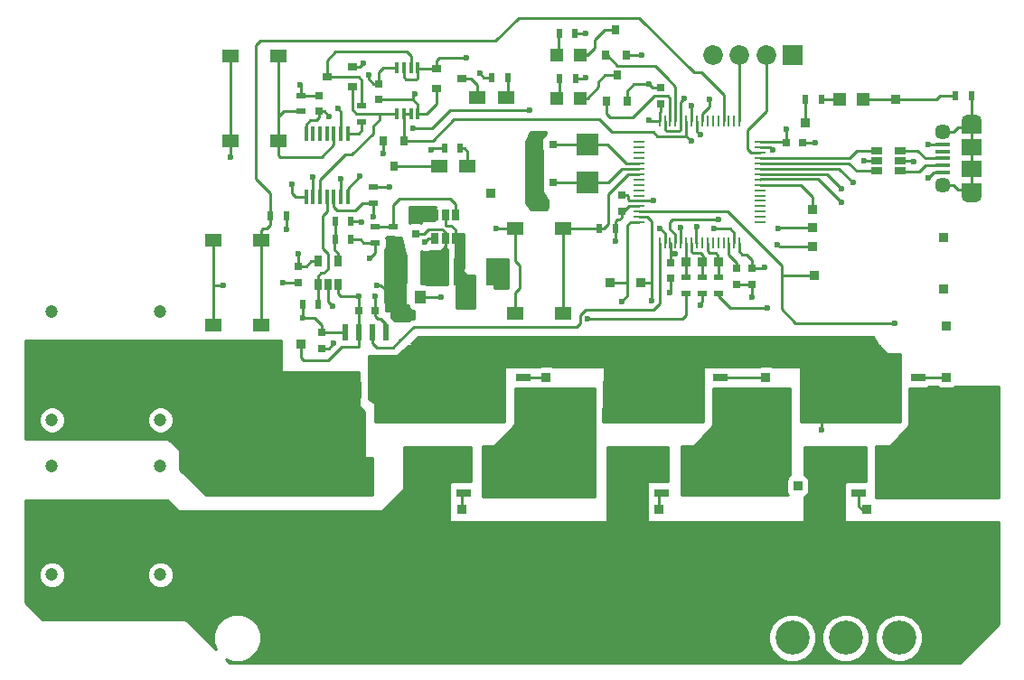
<source format=gtl>
G04 #@! TF.FileFunction,Copper,L1,Top,Signal*
%FSLAX46Y46*%
G04 Gerber Fmt 4.6, Leading zero omitted, Abs format (unit mm)*
G04 Created by KiCad (PCBNEW 4.0.7) date Mon Jul  2 20:53:10 2018*
%MOMM*%
%LPD*%
G01*
G04 APERTURE LIST*
%ADD10C,0.100000*%
%ADD11R,1.540000X1.300000*%
%ADD12R,2.000000X2.000000*%
%ADD13C,2.000000*%
%ADD14R,0.800000X0.750000*%
%ADD15R,0.750000X0.800000*%
%ADD16R,1.060000X0.650000*%
%ADD17R,1.500000X1.300000*%
%ADD18R,1.200000X1.200000*%
%ADD19R,1.850000X1.850000*%
%ADD20C,1.850000*%
%ADD21R,1.900000X1.500000*%
%ADD22C,1.450000*%
%ADD23R,1.350000X0.400000*%
%ADD24O,1.900000X1.200000*%
%ADD25R,1.900000X1.200000*%
%ADD26R,0.900000X0.800000*%
%ADD27R,0.800000X0.900000*%
%ADD28R,0.500000X0.900000*%
%ADD29R,0.900000X0.500000*%
%ADD30R,0.850000X0.850000*%
%ADD31R,0.600000X1.550000*%
%ADD32R,0.400000X1.100000*%
%ADD33R,0.650000X1.060000*%
%ADD34R,1.000000X0.250000*%
%ADD35R,0.250000X1.000000*%
%ADD36R,1.000000X2.500000*%
%ADD37R,1.000000X2.700000*%
%ADD38C,2.400000*%
%ADD39C,1.200000*%
%ADD40R,0.450000X1.450000*%
%ADD41R,3.000000X1.000000*%
%ADD42C,3.200000*%
%ADD43C,3.100000*%
%ADD44R,1.372000X0.710000*%
%ADD45R,0.600000X0.710000*%
%ADD46R,3.850000X4.520000*%
%ADD47C,0.320000*%
%ADD48R,1.000000X1.250000*%
%ADD49C,0.600000*%
%ADD50C,0.250000*%
%ADD51C,0.254000*%
G04 APERTURE END LIST*
D10*
D11*
X197350000Y-22425000D03*
X201850000Y-22425000D03*
X201850000Y-30375000D03*
X197350000Y-30375000D03*
D12*
X198750000Y-62500000D03*
D13*
X198750000Y-67500000D03*
D14*
X210900000Y-46300000D03*
X209400000Y-46300000D03*
D15*
X205700000Y-26150000D03*
X205700000Y-27650000D03*
X214700000Y-37600000D03*
X214700000Y-39100000D03*
X203708000Y-43676000D03*
X203708000Y-42176000D03*
D14*
X249440000Y-30543500D03*
X250940000Y-30543500D03*
D15*
X211223040Y-26542960D03*
X211223040Y-25042960D03*
X246227600Y-42379200D03*
X246227600Y-43879200D03*
D14*
X227551680Y-30739080D03*
X226051680Y-30739080D03*
D15*
X238556800Y-41820400D03*
X238556800Y-43320400D03*
D14*
X227582160Y-34335720D03*
X226082160Y-34335720D03*
D15*
X233994960Y-37018660D03*
X233994960Y-35518660D03*
X244805200Y-42379200D03*
X244805200Y-43879200D03*
X237680500Y-26912000D03*
X237680500Y-25412000D03*
D16*
X257900500Y-31350000D03*
X257900500Y-32300000D03*
X257900500Y-33250000D03*
X260100500Y-33250000D03*
X260100500Y-31350000D03*
X260100500Y-32300000D03*
D17*
X220455500Y-26352500D03*
X223155500Y-26352500D03*
X216886800Y-32793200D03*
X219586800Y-32793200D03*
D18*
X227900000Y-22375000D03*
X230100000Y-22375000D03*
X227900000Y-26425000D03*
X230100000Y-26425000D03*
X254424000Y-26543000D03*
X256624000Y-26543000D03*
D19*
X250063000Y-22352000D03*
D20*
X247563000Y-22352000D03*
X245063000Y-22352000D03*
X242563000Y-22352000D03*
D21*
X266783300Y-31049200D03*
D22*
X264083300Y-34549200D03*
D23*
X264083300Y-32699200D03*
X264083300Y-33349200D03*
X264083300Y-30749200D03*
X264083300Y-31399200D03*
X264083300Y-32049200D03*
D22*
X264083300Y-29549200D03*
D21*
X266783300Y-33049200D03*
D24*
X266783300Y-35549200D03*
X266783300Y-28549200D03*
D25*
X266783300Y-29149200D03*
X266783300Y-34949200D03*
D26*
X208781500Y-25334000D03*
X208781500Y-23434000D03*
X206381500Y-24384000D03*
X216668500Y-23624500D03*
X216668500Y-25524500D03*
X219068500Y-24574500D03*
D27*
X213600000Y-30400000D03*
X211700000Y-30400000D03*
X212650000Y-32800000D03*
X232616780Y-26667220D03*
X234516780Y-26667220D03*
X233566780Y-24267220D03*
X232505020Y-22399500D03*
X234405020Y-22399500D03*
X233455020Y-19999500D03*
D28*
X265276900Y-26207200D03*
X266776900Y-26207200D03*
X204101000Y-45720000D03*
X205601000Y-45720000D03*
X208649000Y-37973000D03*
X207149000Y-37973000D03*
D29*
X212575000Y-39950000D03*
X212575000Y-38450000D03*
D28*
X207149000Y-39624000D03*
X208649000Y-39624000D03*
D29*
X210900000Y-38450000D03*
X210900000Y-39950000D03*
X209677000Y-27126500D03*
X209677000Y-28626500D03*
X240025000Y-44725000D03*
X240025000Y-43225000D03*
X241550000Y-44725000D03*
X241550000Y-43225000D03*
X243075000Y-44725000D03*
X243075000Y-43225000D03*
D28*
X221817500Y-24511000D03*
X223317500Y-24511000D03*
X217386800Y-31093200D03*
X218886800Y-31093200D03*
X229710680Y-24569420D03*
X228210680Y-24569420D03*
X229639560Y-20342860D03*
X228139560Y-20342860D03*
X251218000Y-26543000D03*
X252718000Y-26543000D03*
X233414000Y-38608000D03*
X231914000Y-38608000D03*
D29*
X204000000Y-27650000D03*
X204000000Y-26150000D03*
D11*
X228508120Y-46555560D03*
X224008120Y-46555560D03*
X224008120Y-38605560D03*
X228508120Y-38605560D03*
D30*
X264160000Y-39497000D03*
X264160000Y-44323000D03*
X232918000Y-43688000D03*
X264439400Y-47752000D03*
X226949000Y-52578000D03*
X219000000Y-65000000D03*
X247523000Y-52578000D03*
X237500000Y-65000000D03*
X264414000Y-52578000D03*
X257000000Y-65000000D03*
X235839000Y-43688000D03*
X251206000Y-28702000D03*
X251925000Y-38550000D03*
X251900000Y-40350000D03*
X209423000Y-56261000D03*
X204200000Y-71925000D03*
X251900000Y-36875000D03*
X221742000Y-35306000D03*
X259715000Y-26543000D03*
X250500000Y-62750000D03*
D31*
X208095000Y-53800000D03*
X209365000Y-53800000D03*
X210635000Y-53800000D03*
X211905000Y-53800000D03*
X211905000Y-48400000D03*
X210635000Y-48400000D03*
X209365000Y-48400000D03*
X208095000Y-48400000D03*
D32*
X212955680Y-27841360D03*
X213605680Y-27841360D03*
X214255680Y-27841360D03*
X214905680Y-27841360D03*
X214905680Y-23541360D03*
X214255680Y-23541360D03*
X213605680Y-23541360D03*
X212955680Y-23541360D03*
D33*
X216525000Y-39575000D03*
X217475000Y-39575000D03*
X218425000Y-39575000D03*
X218425000Y-37375000D03*
X216525000Y-37375000D03*
X217475000Y-37375000D03*
D34*
X235600000Y-30540000D03*
X235600000Y-31040000D03*
X235600000Y-31540000D03*
X235600000Y-32040000D03*
X235600000Y-32540000D03*
X235600000Y-33040000D03*
X235600000Y-33540000D03*
X235600000Y-34040000D03*
X235600000Y-34540000D03*
X235600000Y-35040000D03*
X235600000Y-35540000D03*
X235600000Y-36040000D03*
X235600000Y-36540000D03*
X235600000Y-37040000D03*
X235600000Y-37540000D03*
X235600000Y-38040000D03*
D35*
X237550000Y-39990000D03*
X238050000Y-39990000D03*
X238550000Y-39990000D03*
X239050000Y-39990000D03*
X239550000Y-39990000D03*
X240050000Y-39990000D03*
X240550000Y-39990000D03*
X241050000Y-39990000D03*
X241550000Y-39990000D03*
X242050000Y-39990000D03*
X242550000Y-39990000D03*
X243050000Y-39990000D03*
X243550000Y-39990000D03*
X244050000Y-39990000D03*
X244550000Y-39990000D03*
X245050000Y-39990000D03*
D34*
X247000000Y-38040000D03*
X247000000Y-37540000D03*
X247000000Y-37040000D03*
X247000000Y-36540000D03*
X247000000Y-36040000D03*
X247000000Y-35540000D03*
X247000000Y-35040000D03*
X247000000Y-34540000D03*
X247000000Y-34040000D03*
X247000000Y-33540000D03*
X247000000Y-33040000D03*
X247000000Y-32540000D03*
X247000000Y-32040000D03*
X247000000Y-31540000D03*
X247000000Y-31040000D03*
X247000000Y-30540000D03*
D35*
X245050000Y-28590000D03*
X244550000Y-28590000D03*
X244050000Y-28590000D03*
X243550000Y-28590000D03*
X243050000Y-28590000D03*
X242550000Y-28590000D03*
X242050000Y-28590000D03*
X241550000Y-28590000D03*
X241050000Y-28590000D03*
X240550000Y-28590000D03*
X240050000Y-28590000D03*
X239550000Y-28590000D03*
X239050000Y-28590000D03*
X238550000Y-28590000D03*
X238050000Y-28590000D03*
X237550000Y-28590000D03*
D12*
X230764080Y-30737400D03*
X230764080Y-34337400D03*
D15*
X205900000Y-49900000D03*
X205900000Y-48400000D03*
D30*
X252095000Y-43053000D03*
X240050000Y-41750000D03*
X241600000Y-41775000D03*
X243125000Y-41775000D03*
D36*
X218825000Y-42725000D03*
X221825000Y-42725000D03*
D30*
X204000000Y-49500000D03*
D33*
X205552000Y-43899000D03*
X206502000Y-43899000D03*
X207452000Y-43899000D03*
X207452000Y-41699000D03*
X205552000Y-41699000D03*
D37*
X215675000Y-42425000D03*
X213475000Y-42425000D03*
D38*
X187000000Y-51500000D03*
D39*
X190800000Y-46420000D03*
X190800000Y-56580000D03*
X180640000Y-56580000D03*
X180640000Y-46420000D03*
D38*
X187000000Y-66000000D03*
D39*
X190800000Y-60920000D03*
X190800000Y-71080000D03*
X180640000Y-71080000D03*
X180640000Y-60920000D03*
D29*
X210775000Y-34750000D03*
X210775000Y-36250000D03*
D40*
X204450000Y-35650000D03*
X205100000Y-35650000D03*
X205750000Y-35650000D03*
X206400000Y-35650000D03*
X207050000Y-35650000D03*
X207700000Y-35650000D03*
X208350000Y-35650000D03*
X208350000Y-29750000D03*
X207700000Y-29750000D03*
X207050000Y-29750000D03*
X206400000Y-29750000D03*
X205750000Y-29750000D03*
X205100000Y-29750000D03*
X204450000Y-29750000D03*
D41*
X215500000Y-55700000D03*
X215500000Y-60300000D03*
X234000000Y-55700000D03*
X234000000Y-60300000D03*
X252500000Y-55700000D03*
X252500000Y-60300000D03*
D12*
X209500000Y-62500000D03*
D13*
X209500000Y-67500000D03*
D42*
X260000000Y-77000000D03*
X250000000Y-77000000D03*
X255000000Y-77000000D03*
D43*
X228500000Y-58000000D03*
X247000000Y-58000000D03*
X265500000Y-58000000D03*
D44*
X224770000Y-52595000D03*
X224770000Y-53865000D03*
X224770000Y-55135000D03*
D45*
X218840000Y-52595000D03*
X218840000Y-53865000D03*
X218840000Y-55135000D03*
D46*
X221064000Y-54500000D03*
D45*
X218840000Y-56405000D03*
D44*
X224770000Y-56405000D03*
D47*
X219968000Y-52976000D03*
X220984000Y-52976000D03*
X222000000Y-52976000D03*
X219968000Y-54500000D03*
X220984000Y-54500000D03*
X222000000Y-54500000D03*
X222000000Y-56024000D03*
X220984000Y-56024000D03*
X219968000Y-56024000D03*
X220476000Y-55516000D03*
X221492000Y-55516000D03*
X221492000Y-53484000D03*
X220476000Y-53484000D03*
D44*
X243270000Y-52595000D03*
X243270000Y-53865000D03*
X243270000Y-55135000D03*
D45*
X237340000Y-52595000D03*
X237340000Y-53865000D03*
X237340000Y-55135000D03*
D46*
X239564000Y-54500000D03*
D45*
X237340000Y-56405000D03*
D44*
X243270000Y-56405000D03*
D47*
X238468000Y-52976000D03*
X239484000Y-52976000D03*
X240500000Y-52976000D03*
X238468000Y-54500000D03*
X239484000Y-54500000D03*
X240500000Y-54500000D03*
X240500000Y-56024000D03*
X239484000Y-56024000D03*
X238468000Y-56024000D03*
X238976000Y-55516000D03*
X239992000Y-55516000D03*
X239992000Y-53484000D03*
X238976000Y-53484000D03*
D44*
X261770000Y-52595000D03*
X261770000Y-53865000D03*
X261770000Y-55135000D03*
D45*
X255840000Y-52595000D03*
X255840000Y-53865000D03*
X255840000Y-55135000D03*
D46*
X258064000Y-54500000D03*
D45*
X255840000Y-56405000D03*
D44*
X261770000Y-56405000D03*
D47*
X256968000Y-52976000D03*
X257984000Y-52976000D03*
X259000000Y-52976000D03*
X256968000Y-54500000D03*
X257984000Y-54500000D03*
X259000000Y-54500000D03*
X259000000Y-56024000D03*
X257984000Y-56024000D03*
X256968000Y-56024000D03*
X257476000Y-55516000D03*
X258492000Y-55516000D03*
X258492000Y-53484000D03*
X257476000Y-53484000D03*
D44*
X219230000Y-63405000D03*
X219230000Y-62135000D03*
X219230000Y-60865000D03*
D45*
X225160000Y-63405000D03*
X225160000Y-62135000D03*
X225160000Y-60865000D03*
D46*
X222936000Y-61500000D03*
D45*
X225160000Y-59595000D03*
D44*
X219230000Y-59595000D03*
D47*
X224032000Y-63024000D03*
X223016000Y-63024000D03*
X222000000Y-63024000D03*
X224032000Y-61500000D03*
X223016000Y-61500000D03*
X222000000Y-61500000D03*
X222000000Y-59976000D03*
X223016000Y-59976000D03*
X224032000Y-59976000D03*
X223524000Y-60484000D03*
X222508000Y-60484000D03*
X222508000Y-62516000D03*
X223524000Y-62516000D03*
D44*
X237730000Y-63405000D03*
X237730000Y-62135000D03*
X237730000Y-60865000D03*
D45*
X243660000Y-63405000D03*
X243660000Y-62135000D03*
X243660000Y-60865000D03*
D46*
X241436000Y-61500000D03*
D45*
X243660000Y-59595000D03*
D44*
X237730000Y-59595000D03*
D47*
X242532000Y-63024000D03*
X241516000Y-63024000D03*
X240500000Y-63024000D03*
X242532000Y-61500000D03*
X241516000Y-61500000D03*
X240500000Y-61500000D03*
X240500000Y-59976000D03*
X241516000Y-59976000D03*
X242532000Y-59976000D03*
X242024000Y-60484000D03*
X241008000Y-60484000D03*
X241008000Y-62516000D03*
X242024000Y-62516000D03*
D44*
X256230000Y-63405000D03*
X256230000Y-62135000D03*
X256230000Y-60865000D03*
D45*
X262160000Y-63405000D03*
X262160000Y-62135000D03*
X262160000Y-60865000D03*
D46*
X259936000Y-61500000D03*
D45*
X262160000Y-59595000D03*
D44*
X256230000Y-59595000D03*
D47*
X261032000Y-63024000D03*
X260016000Y-63024000D03*
X259000000Y-63024000D03*
X261032000Y-61500000D03*
X260016000Y-61500000D03*
X259000000Y-61500000D03*
X259000000Y-59976000D03*
X260016000Y-59976000D03*
X261032000Y-59976000D03*
X260524000Y-60484000D03*
X259508000Y-60484000D03*
X259508000Y-62516000D03*
X260524000Y-62516000D03*
D48*
X213125000Y-45100000D03*
X215125000Y-45100000D03*
D30*
X224599500Y-50038000D03*
D28*
X202616500Y-37465000D03*
X201116500Y-37465000D03*
D11*
X200243000Y-47663000D03*
X195743000Y-47663000D03*
X195743000Y-39713000D03*
X200243000Y-39713000D03*
D49*
X196723000Y-43942000D03*
X209500000Y-33750000D03*
X203900000Y-25200000D03*
X222250000Y-38625000D03*
X262750000Y-30750000D03*
X223150000Y-42725000D03*
X207050000Y-49400000D03*
X206950000Y-45900000D03*
X202300000Y-43700000D03*
X210400000Y-41450000D03*
X236600000Y-25100000D03*
X235850000Y-22400000D03*
X242625000Y-38650000D03*
X246225000Y-45050000D03*
X238550000Y-44675000D03*
X237600000Y-38600000D03*
X237000000Y-36000000D03*
X217100000Y-45100000D03*
X215600000Y-39900000D03*
X210900000Y-45000000D03*
X209800000Y-23100000D03*
X211700000Y-31600000D03*
X214600000Y-26000000D03*
X239900000Y-26400000D03*
X248200000Y-31300000D03*
X252100000Y-30600000D03*
X256700000Y-32300000D03*
X225679000Y-35814000D03*
X226441000Y-35814000D03*
X226060000Y-29972000D03*
X226314000Y-31877000D03*
X225425000Y-31877000D03*
X209425000Y-44975000D03*
X241050000Y-38425000D03*
X202628500Y-38671500D03*
X211100000Y-43920000D03*
X214360000Y-46540000D03*
X212250000Y-34750000D03*
X197400000Y-31900000D03*
X206600000Y-28100000D03*
X230600000Y-24500000D03*
X230600000Y-20300000D03*
X239000000Y-41000000D03*
X249400000Y-29300000D03*
X236600000Y-28500000D03*
X204100000Y-47000000D03*
X210300000Y-24200000D03*
X233400000Y-39800000D03*
X247400000Y-42300000D03*
X216200000Y-31300000D03*
X220700000Y-24100000D03*
X203700000Y-41000000D03*
X209600000Y-38000000D03*
X213250000Y-47000000D03*
X240575000Y-30450000D03*
X230800000Y-47100000D03*
X241427000Y-45847000D03*
X247650000Y-46101000D03*
X219500000Y-22650000D03*
X242250000Y-26550000D03*
X255675000Y-34350000D03*
X254600000Y-34925000D03*
X254600000Y-36200000D03*
X248675000Y-38600000D03*
X243100000Y-37775000D03*
X248600000Y-40150000D03*
X239550000Y-38525000D03*
X234025000Y-45450000D03*
X236850000Y-45400000D03*
X259588000Y-47498000D03*
X241363500Y-29845000D03*
X207400000Y-27400000D03*
X252750000Y-57500000D03*
X240550000Y-27150000D03*
X225400000Y-27550000D03*
X214500000Y-29200000D03*
X205100000Y-33800000D03*
X261350500Y-32350000D03*
X262700500Y-33850000D03*
X219600000Y-45800000D03*
X218800000Y-44400000D03*
X210750000Y-37500000D03*
X203100000Y-34500000D03*
X207700000Y-34000000D03*
D50*
X195743000Y-43942000D02*
X196723000Y-43942000D01*
X195743000Y-47663000D02*
X195743000Y-43942000D01*
X195743000Y-43942000D02*
X195743000Y-39713000D01*
X208350000Y-35650000D02*
X208350000Y-34900000D01*
X208350000Y-34900000D02*
X209500000Y-33750000D01*
X204000000Y-26150000D02*
X204000000Y-25300000D01*
X204000000Y-25300000D02*
X203900000Y-25200000D01*
X205700000Y-26150000D02*
X204000000Y-26150000D01*
X224008120Y-46555560D02*
X224008120Y-44666880D01*
X224008120Y-41633120D02*
X224008120Y-38605560D01*
X224450000Y-42075000D02*
X224008120Y-41633120D01*
X224450000Y-44225000D02*
X224450000Y-42075000D01*
X224008120Y-44666880D02*
X224450000Y-44225000D01*
X224008120Y-38605560D02*
X222269440Y-38605560D01*
X222269440Y-38605560D02*
X222250000Y-38625000D01*
X264083300Y-30749200D02*
X262750800Y-30749200D01*
X262750800Y-30749200D02*
X262750000Y-30750000D01*
X265276900Y-26207200D02*
X263817800Y-26207200D01*
X263482000Y-26543000D02*
X259715000Y-26543000D01*
X263817800Y-26207200D02*
X263482000Y-26543000D01*
X221825000Y-42725000D02*
X223150000Y-42725000D01*
X205900000Y-49900000D02*
X206550000Y-49900000D01*
X206550000Y-49900000D02*
X207050000Y-49400000D01*
X206502000Y-43899000D02*
X206502000Y-45452000D01*
X206502000Y-45452000D02*
X206950000Y-45900000D01*
X203708000Y-43676000D02*
X202324000Y-43676000D01*
X202324000Y-43676000D02*
X202300000Y-43700000D01*
X210900000Y-39950000D02*
X210900000Y-40950000D01*
X210900000Y-40950000D02*
X210400000Y-41450000D01*
X234516780Y-26667220D02*
X234516780Y-25733220D01*
X236912000Y-25412000D02*
X236600000Y-25100000D01*
X236912000Y-25412000D02*
X237680500Y-25412000D01*
X235150000Y-25100000D02*
X236600000Y-25100000D01*
X234516780Y-25733220D02*
X235150000Y-25100000D01*
X234405020Y-22399500D02*
X235849500Y-22399500D01*
X235849500Y-22399500D02*
X235850000Y-22400000D01*
X244550000Y-39990000D02*
X244550000Y-39050000D01*
X244150000Y-38650000D02*
X242625000Y-38650000D01*
X244550000Y-39050000D02*
X244150000Y-38650000D01*
X246227600Y-43879200D02*
X246227600Y-45047400D01*
X246227600Y-45047400D02*
X246225000Y-45050000D01*
X244805200Y-43879200D02*
X246227600Y-43879200D01*
X238556800Y-43320400D02*
X238556800Y-44643200D01*
X238550000Y-44650000D02*
X238550000Y-44675000D01*
X238556800Y-44643200D02*
X238550000Y-44650000D01*
X238050000Y-39990000D02*
X238050000Y-39050000D01*
X238050000Y-39050000D02*
X237600000Y-38600000D01*
X235600000Y-36040000D02*
X236960000Y-36040000D01*
X236960000Y-36040000D02*
X237000000Y-36000000D01*
X235600000Y-36040000D02*
X234740000Y-36040000D01*
X234518660Y-35518660D02*
X233994960Y-35518660D01*
X234600000Y-35600000D02*
X234518660Y-35518660D01*
X234600000Y-35900000D02*
X234600000Y-35600000D01*
X234740000Y-36040000D02*
X234600000Y-35900000D01*
X215625000Y-45100000D02*
X217100000Y-45100000D01*
X216525000Y-39575000D02*
X215925000Y-39575000D01*
X215925000Y-39575000D02*
X215600000Y-39900000D01*
X210900000Y-46300000D02*
X210900000Y-45000000D01*
X211905000Y-48400000D02*
X211905000Y-47605000D01*
X210900000Y-46800000D02*
X210900000Y-46300000D01*
X211200000Y-47100000D02*
X210900000Y-46800000D01*
X211400000Y-47100000D02*
X211200000Y-47100000D01*
X211905000Y-47605000D02*
X211400000Y-47100000D01*
X208649000Y-39624000D02*
X209524000Y-39624000D01*
X209850000Y-39950000D02*
X210900000Y-39950000D01*
X209524000Y-39624000D02*
X209850000Y-39950000D01*
X208781500Y-23434000D02*
X209466000Y-23434000D01*
X209466000Y-23434000D02*
X209800000Y-23100000D01*
X211700000Y-30400000D02*
X211700000Y-31600000D01*
X214442960Y-26542960D02*
X214442960Y-26157040D01*
X214442960Y-26157040D02*
X214600000Y-26000000D01*
X214905680Y-27841360D02*
X214905680Y-27005680D01*
X214442960Y-26542960D02*
X211223040Y-26542960D01*
X214905680Y-27005680D02*
X214442960Y-26542960D01*
X214905680Y-27841360D02*
X215758640Y-27841360D01*
X216668500Y-26931500D02*
X216668500Y-25524500D01*
X215758640Y-27841360D02*
X216668500Y-26931500D01*
X239550000Y-28590000D02*
X239550000Y-26750000D01*
X239550000Y-26750000D02*
X239900000Y-26400000D01*
X238050000Y-28590000D02*
X238050000Y-29349998D01*
X239550000Y-29350000D02*
X239550000Y-28590000D01*
X239400002Y-29499998D02*
X239550000Y-29350000D01*
X238200000Y-29499998D02*
X239400002Y-29499998D01*
X238050000Y-29349998D02*
X238200000Y-29499998D01*
X247000000Y-31040000D02*
X247940000Y-31040000D01*
X247940000Y-31040000D02*
X248200000Y-31300000D01*
X250940000Y-30543500D02*
X252043500Y-30543500D01*
X252043500Y-30543500D02*
X252100000Y-30600000D01*
X257900500Y-32300000D02*
X256700000Y-32300000D01*
X259715000Y-26543000D02*
X256624000Y-26543000D01*
X226082160Y-34335720D02*
X226082160Y-35410840D01*
X226082160Y-35410840D02*
X225679000Y-35814000D01*
X226082160Y-34335720D02*
X226082160Y-35455160D01*
X226082160Y-35455160D02*
X226441000Y-35814000D01*
X226051680Y-30739080D02*
X226051680Y-29980320D01*
X226051680Y-29980320D02*
X226060000Y-29972000D01*
X226051680Y-30739080D02*
X226065080Y-30739080D01*
X226065080Y-30739080D02*
X226314000Y-30988000D01*
X226314000Y-30988000D02*
X226314000Y-31877000D01*
X226051680Y-30739080D02*
X225673920Y-30739080D01*
X225673920Y-30739080D02*
X225425000Y-30988000D01*
X225425000Y-30988000D02*
X225425000Y-31877000D01*
X206000000Y-51000000D02*
X204250000Y-51000000D01*
X204000000Y-50750000D02*
X204000000Y-49500000D01*
X204250000Y-51000000D02*
X204000000Y-50750000D01*
X209365000Y-49700000D02*
X207800000Y-49700000D01*
X206500000Y-51000000D02*
X206000000Y-51000000D01*
X206000000Y-51000000D02*
X205900000Y-51000000D01*
X207800000Y-49700000D02*
X206500000Y-51000000D01*
X209425000Y-44975000D02*
X207662000Y-44975000D01*
X207452000Y-44765000D02*
X207452000Y-43899000D01*
X207662000Y-44975000D02*
X207452000Y-44765000D01*
X209400000Y-45000000D02*
X209425000Y-44975000D01*
X209400000Y-46300000D02*
X209400000Y-45000000D01*
X209365000Y-49700000D02*
X209365000Y-48400000D01*
X241000002Y-38474998D02*
X241000002Y-39990000D01*
X241050000Y-38425000D02*
X241000002Y-38474998D01*
X241000002Y-39990000D02*
X241050000Y-39990000D01*
X209400000Y-46300000D02*
X209400000Y-48365000D01*
X209400000Y-48365000D02*
X209365000Y-48400000D01*
X202616500Y-37465000D02*
X202616500Y-38659500D01*
X202616500Y-38659500D02*
X202628500Y-38671500D01*
X212625000Y-45100000D02*
X212590000Y-45100000D01*
X212590000Y-45100000D02*
X211410000Y-43920000D01*
X211410000Y-43920000D02*
X211100000Y-43920000D01*
X212625000Y-45100000D02*
X212920000Y-45100000D01*
X212920000Y-45100000D02*
X214360000Y-46540000D01*
X210775000Y-34750000D02*
X212250000Y-34750000D01*
X197350000Y-30375000D02*
X197350000Y-31850000D01*
X197350000Y-31850000D02*
X197400000Y-31900000D01*
X205700000Y-27650000D02*
X206150000Y-27650000D01*
X206150000Y-27650000D02*
X206600000Y-28100000D01*
X204450000Y-29750000D02*
X204450000Y-28850000D01*
X205700000Y-28200000D02*
X205700000Y-27650000D01*
X205400000Y-28500000D02*
X205700000Y-28200000D01*
X204800000Y-28500000D02*
X205400000Y-28500000D01*
X204450000Y-28850000D02*
X204800000Y-28500000D01*
X197350000Y-30375000D02*
X197350000Y-22425000D01*
X229710680Y-24569420D02*
X230530580Y-24569420D01*
X230530580Y-24569420D02*
X230600000Y-24500000D01*
X229639560Y-20342860D02*
X230557140Y-20342860D01*
X230557140Y-20342860D02*
X230600000Y-20300000D01*
X238556800Y-41000000D02*
X239000000Y-41000000D01*
X249440000Y-30543500D02*
X249440000Y-29340000D01*
X249440000Y-29340000D02*
X249400000Y-29300000D01*
X237550000Y-28590000D02*
X236690000Y-28590000D01*
X236690000Y-28590000D02*
X236600000Y-28500000D01*
X205900000Y-48400000D02*
X205900000Y-47700000D01*
X204101000Y-46999000D02*
X204100000Y-47000000D01*
X204101000Y-46999000D02*
X204101000Y-45720000D01*
X205200000Y-47000000D02*
X204100000Y-47000000D01*
X205900000Y-47700000D02*
X205200000Y-47000000D01*
X211223040Y-25042960D02*
X210742960Y-25042960D01*
X210300000Y-24600000D02*
X210300000Y-24200000D01*
X210742960Y-25042960D02*
X210300000Y-24600000D01*
X233414000Y-38608000D02*
X233414000Y-39786000D01*
X233414000Y-39786000D02*
X233400000Y-39800000D01*
X233994960Y-37018660D02*
X233994960Y-37605040D01*
X233414000Y-37986000D02*
X233414000Y-38608000D01*
X233600000Y-37800000D02*
X233414000Y-37986000D01*
X233800000Y-37800000D02*
X233600000Y-37800000D01*
X233994960Y-37605040D02*
X233800000Y-37800000D01*
X246227600Y-42379200D02*
X247320800Y-42379200D01*
X247320800Y-42379200D02*
X247400000Y-42300000D01*
X217386800Y-31093200D02*
X216406800Y-31093200D01*
X216406800Y-31093200D02*
X216200000Y-31300000D01*
X221817500Y-24511000D02*
X221111000Y-24511000D01*
X221111000Y-24511000D02*
X220700000Y-24100000D01*
X203708000Y-42176000D02*
X203708000Y-41008000D01*
X203708000Y-41008000D02*
X203700000Y-41000000D01*
X208649000Y-37973000D02*
X209573000Y-37973000D01*
X209573000Y-37973000D02*
X209600000Y-38000000D01*
X212625000Y-45100000D02*
X212625000Y-46375000D01*
X212625000Y-46375000D02*
X213250000Y-47000000D01*
X251218000Y-26543000D02*
X251218000Y-28690000D01*
X251218000Y-28690000D02*
X251206000Y-28702000D01*
X205552000Y-41699000D02*
X204935000Y-41699000D01*
X204458000Y-42176000D02*
X203708000Y-42176000D01*
X204935000Y-41699000D02*
X204458000Y-42176000D01*
X212875000Y-42425000D02*
X212875000Y-44850000D01*
X212875000Y-44850000D02*
X212625000Y-45100000D01*
X212875000Y-42425000D02*
X212875000Y-40250000D01*
X212875000Y-40250000D02*
X212575000Y-39950000D01*
X208095000Y-48400000D02*
X205900000Y-48400000D01*
X233994960Y-37018660D02*
X234227940Y-37018660D01*
X234227940Y-37018660D02*
X234706600Y-36540000D01*
X234706600Y-36540000D02*
X235600000Y-36540000D01*
X211223040Y-25042960D02*
X211223040Y-23984480D01*
X211666160Y-23541360D02*
X212955680Y-23541360D01*
X211223040Y-23984480D02*
X211666160Y-23541360D01*
X246227600Y-42379200D02*
X246227600Y-41554400D01*
X245050000Y-40783200D02*
X245050000Y-39990000D01*
X245313200Y-41046400D02*
X245050000Y-40783200D01*
X245719600Y-41046400D02*
X245313200Y-41046400D01*
X246227600Y-41554400D02*
X245719600Y-41046400D01*
X238556800Y-41820400D02*
X238556800Y-41000000D01*
X238556800Y-41000000D02*
X238556800Y-39996800D01*
X238556800Y-39996800D02*
X238550000Y-39990000D01*
X237550000Y-28590000D02*
X237550000Y-27753000D01*
X237680500Y-27622500D02*
X237680500Y-26912000D01*
X237550000Y-27753000D02*
X237680500Y-27622500D01*
X247000000Y-30540000D02*
X249436500Y-30540000D01*
X249436500Y-30540000D02*
X249440000Y-30543500D01*
X216525000Y-37375000D02*
X214925000Y-37375000D01*
X214925000Y-37375000D02*
X214700000Y-37600000D01*
X216275000Y-42425000D02*
X217350000Y-42425000D01*
X217475000Y-42300000D02*
X217475000Y-39575000D01*
X217350000Y-42425000D02*
X217475000Y-42300000D01*
X217475000Y-39575000D02*
X217475000Y-38975000D01*
X215500000Y-39100000D02*
X214700000Y-39100000D01*
X215900000Y-38700000D02*
X215500000Y-39100000D01*
X217200000Y-38700000D02*
X215900000Y-38700000D01*
X217475000Y-38975000D02*
X217200000Y-38700000D01*
X227551680Y-30739080D02*
X230762400Y-30739080D01*
X230762400Y-30739080D02*
X230792880Y-30769560D01*
X230792880Y-30769560D02*
X232638600Y-30769560D01*
X232638600Y-30769560D02*
X234409040Y-32540000D01*
X234409040Y-32540000D02*
X235600000Y-32540000D01*
X230764080Y-34337400D02*
X232713120Y-34337400D01*
X234010520Y-33040000D02*
X235600000Y-33040000D01*
X232713120Y-34337400D02*
X234010520Y-33040000D01*
X230764080Y-34337400D02*
X227583840Y-34337400D01*
X227583840Y-34337400D02*
X227582160Y-34335720D01*
X244805200Y-42379200D02*
X244805200Y-41808400D01*
X244050000Y-41053200D02*
X244050000Y-39990000D01*
X244805200Y-41808400D02*
X244050000Y-41053200D01*
X247000000Y-32540000D02*
X255290500Y-32540000D01*
X256000500Y-33250000D02*
X255300500Y-32550000D01*
X256000500Y-33250000D02*
X257900500Y-33250000D01*
X255290500Y-32540000D02*
X255300500Y-32550000D01*
X247010000Y-32550000D02*
X247000000Y-32540000D01*
X247010000Y-32050000D02*
X255325500Y-32050000D01*
X256025500Y-31350000D02*
X255325500Y-32050000D01*
X256025500Y-31350000D02*
X257900500Y-31350000D01*
X247010000Y-32050000D02*
X247000000Y-32040000D01*
X247490000Y-32050000D02*
X247480000Y-32040000D01*
X247480000Y-32040000D02*
X247000000Y-32040000D01*
X219068500Y-24574500D02*
X219900500Y-24574500D01*
X220455500Y-25129500D02*
X220455500Y-26352500D01*
X219900500Y-24574500D02*
X220455500Y-25129500D01*
X223317500Y-24511000D02*
X223317500Y-26190500D01*
X223317500Y-26190500D02*
X223155500Y-26352500D01*
X212616800Y-32813200D02*
X216866800Y-32813200D01*
X216866800Y-32813200D02*
X216886800Y-32793200D01*
X218886800Y-31093200D02*
X219266800Y-31093200D01*
X219586800Y-31413200D02*
X219586800Y-32793200D01*
X219266800Y-31093200D02*
X219586800Y-31413200D01*
X228210680Y-24569420D02*
X228210680Y-26114320D01*
X228210680Y-26114320D02*
X227900000Y-26425000D01*
X228118380Y-26477020D02*
X228128380Y-26467020D01*
X228128380Y-24651720D02*
X228210680Y-24569420D01*
X230100000Y-26425000D02*
X230775000Y-26425000D01*
X232432780Y-24267220D02*
X233566780Y-24267220D01*
X231825000Y-24875000D02*
X232432780Y-24267220D01*
X231825000Y-25375000D02*
X231825000Y-24875000D01*
X230775000Y-26425000D02*
X231825000Y-25375000D01*
X230328380Y-26467020D02*
X230748620Y-26467020D01*
X230338380Y-26477020D02*
X230328380Y-26467020D01*
X228112960Y-22328360D02*
X228112960Y-20369460D01*
X228112960Y-20369460D02*
X228139560Y-20342860D01*
X230100000Y-22375000D02*
X230825000Y-22375000D01*
X232400500Y-19999500D02*
X233455020Y-19999500D01*
X231475000Y-20925000D02*
X232400500Y-19999500D01*
X231475000Y-21725000D02*
X231475000Y-20925000D01*
X230825000Y-22375000D02*
X231475000Y-21725000D01*
X230312960Y-22328360D02*
X230863920Y-22328360D01*
X230332960Y-22308360D02*
X230312960Y-22328360D01*
X254424000Y-26543000D02*
X252718000Y-26543000D01*
X247000000Y-31540000D02*
X246170000Y-31540000D01*
X247563000Y-27646000D02*
X247563000Y-22352000D01*
X245808500Y-29400500D02*
X247563000Y-27646000D01*
X245808500Y-31178500D02*
X245808500Y-29400500D01*
X246170000Y-31540000D02*
X245808500Y-31178500D01*
X245050000Y-28590000D02*
X245050000Y-22365000D01*
X245050000Y-22365000D02*
X245063000Y-22352000D01*
X264083300Y-34549200D02*
X265074200Y-34549200D01*
X265500000Y-34975000D02*
X266757500Y-34975000D01*
X265074200Y-34549200D02*
X265500000Y-34975000D01*
X266757500Y-34975000D02*
X266783300Y-34949200D01*
X266783300Y-34949200D02*
X266783300Y-35549200D01*
X264083300Y-29549200D02*
X265100800Y-29549200D01*
X265500800Y-29149200D02*
X266783300Y-29149200D01*
X265100800Y-29549200D02*
X265500800Y-29149200D01*
X266783300Y-29149200D02*
X266783300Y-28549200D01*
X266783300Y-31049200D02*
X266783300Y-29149200D01*
X266783300Y-29149200D02*
X266783300Y-28549200D01*
X266783300Y-31049200D02*
X266783300Y-33049200D01*
X266783300Y-33049200D02*
X266783300Y-34949200D01*
X266783300Y-34949200D02*
X266783300Y-35549200D01*
X266783300Y-35549200D02*
X266783300Y-34949200D01*
X266783300Y-28549200D02*
X266783300Y-26213600D01*
X226949000Y-52578000D02*
X224787000Y-52578000D01*
X224787000Y-52578000D02*
X224770000Y-52595000D01*
X247523000Y-52578000D02*
X243287000Y-52578000D01*
X243287000Y-52578000D02*
X243270000Y-52595000D01*
X264414000Y-52578000D02*
X261787000Y-52578000D01*
X261787000Y-52578000D02*
X261770000Y-52595000D01*
X219000000Y-65000000D02*
X219000000Y-63635000D01*
X219000000Y-63635000D02*
X219230000Y-63405000D01*
X237500000Y-65000000D02*
X237500000Y-63635000D01*
X237500000Y-63635000D02*
X237730000Y-63405000D01*
X257000000Y-65000000D02*
X256525000Y-65000000D01*
X256230000Y-64705000D02*
X256230000Y-63405000D01*
X256525000Y-65000000D02*
X256230000Y-64705000D01*
X208700000Y-31700000D02*
X208100000Y-31700000D01*
X210700000Y-29063602D02*
X211363602Y-28400000D01*
X211363602Y-28400000D02*
X211363602Y-27841360D01*
X211363602Y-27841360D02*
X211400000Y-27877758D01*
X211400000Y-27877758D02*
X211400000Y-27900000D01*
X211400000Y-27841360D02*
X211400000Y-27900000D01*
X205750000Y-34050000D02*
X205750000Y-35650000D01*
X210700000Y-29700000D02*
X210700000Y-29063602D01*
X210700000Y-29700000D02*
X208700000Y-31700000D01*
X208100000Y-31700000D02*
X205750000Y-34050000D01*
X209200000Y-27841360D02*
X209141360Y-27841360D01*
X208781500Y-27481500D02*
X208781500Y-25334000D01*
X209141360Y-27841360D02*
X208781500Y-27481500D01*
X212955680Y-27841360D02*
X211400000Y-27841360D01*
X211400000Y-27841360D02*
X209200000Y-27841360D01*
X209200000Y-27841360D02*
X209140640Y-27841360D01*
X206381500Y-24384000D02*
X206381500Y-22853500D01*
X208534000Y-22034500D02*
X213868000Y-22034500D01*
X213868000Y-22034500D02*
X214255680Y-22422180D01*
X214255680Y-22422180D02*
X214255680Y-23541360D01*
X207200500Y-22034500D02*
X208534000Y-22034500D01*
X206381500Y-22853500D02*
X207200500Y-22034500D01*
X209677000Y-27126500D02*
X209677000Y-24701500D01*
X209359500Y-24384000D02*
X206381500Y-24384000D01*
X209677000Y-24701500D02*
X209359500Y-24384000D01*
X239950000Y-29950000D02*
X240075000Y-29950000D01*
X240075000Y-29950000D02*
X240575000Y-30450000D01*
X213600000Y-30400000D02*
X216300000Y-30400000D01*
X240050000Y-29850000D02*
X240050000Y-28590000D01*
X239950000Y-29950000D02*
X240050000Y-29850000D01*
X237350000Y-29950000D02*
X239950000Y-29950000D01*
X236950000Y-29550000D02*
X237350000Y-29950000D01*
X233050000Y-29550000D02*
X236950000Y-29550000D01*
X231900000Y-28400000D02*
X233050000Y-29550000D01*
X218300000Y-28400000D02*
X231900000Y-28400000D01*
X216300000Y-30400000D02*
X218300000Y-28400000D01*
X213605680Y-27841360D02*
X213605680Y-30394320D01*
X213605680Y-30394320D02*
X213600000Y-30400000D01*
X214255680Y-27841360D02*
X213605680Y-27841360D01*
X240025000Y-44725000D02*
X240025000Y-46750000D01*
X239675000Y-47100000D02*
X230800000Y-47100000D01*
X240025000Y-46750000D02*
X239675000Y-47100000D01*
X241550000Y-44725000D02*
X241550000Y-45400000D01*
X241550000Y-45400000D02*
X241427000Y-45847000D01*
X243075000Y-44725000D02*
X243075000Y-44955000D01*
X243075000Y-44955000D02*
X244221000Y-46101000D01*
X244221000Y-46101000D02*
X247650000Y-46101000D01*
X216668500Y-23624500D02*
X216668500Y-22866500D01*
X219500000Y-22650000D02*
X217300000Y-22650000D01*
X242250000Y-27200000D02*
X242250000Y-26550000D01*
X241550000Y-27900000D02*
X242250000Y-27200000D01*
X241550000Y-27900000D02*
X241550000Y-28590000D01*
X216885000Y-22650000D02*
X217300000Y-22650000D01*
X216668500Y-22866500D02*
X216885000Y-22650000D01*
X216668500Y-23624500D02*
X214988820Y-23624500D01*
X214988820Y-23624500D02*
X214905680Y-23541360D01*
X213605680Y-23541360D02*
X213605680Y-24431640D01*
X214905680Y-24503000D02*
X214905680Y-23541360D01*
X214768880Y-24639800D02*
X214905680Y-24503000D01*
X213813840Y-24639800D02*
X214768880Y-24639800D01*
X213605680Y-24431640D02*
X213813840Y-24639800D01*
X238550000Y-28590000D02*
X238550000Y-26400000D01*
X232616780Y-27866780D02*
X232616780Y-26667220D01*
X232950000Y-28200000D02*
X232616780Y-27866780D01*
X235050000Y-28200000D02*
X232950000Y-28200000D01*
X237100000Y-26150000D02*
X235050000Y-28200000D01*
X238300000Y-26150000D02*
X237100000Y-26150000D01*
X238550000Y-26400000D02*
X238300000Y-26150000D01*
X238250000Y-24500000D02*
X237400000Y-23650000D01*
X237150000Y-23350000D02*
X235350000Y-23350000D01*
X237400000Y-23600000D02*
X237150000Y-23350000D01*
X237400000Y-23650000D02*
X237400000Y-23600000D01*
X232505020Y-22399500D02*
X232649500Y-22399500D01*
X232649500Y-22399500D02*
X233600000Y-23350000D01*
X233600000Y-23350000D02*
X235350000Y-23350000D01*
X238250000Y-24500000D02*
X239050000Y-25300000D01*
X239050000Y-25300000D02*
X239050000Y-28590000D01*
X254365000Y-33040000D02*
X247000000Y-33040000D01*
X255675000Y-34350000D02*
X254365000Y-33040000D01*
X247000000Y-33540000D02*
X253215000Y-33540000D01*
X254600000Y-34925000D02*
X253215000Y-33540000D01*
X252390002Y-33990002D02*
X254600000Y-36200000D01*
X252390002Y-33990002D02*
X247000000Y-33990002D01*
X247000000Y-33990002D02*
X247000000Y-34040000D01*
X247000000Y-34089998D02*
X247000000Y-34040000D01*
X207149000Y-37973000D02*
X207149000Y-39624000D01*
X207452000Y-41699000D02*
X207452000Y-40955000D01*
X207137000Y-40640000D02*
X207137000Y-39636000D01*
X207452000Y-40955000D02*
X207137000Y-40640000D01*
X207137000Y-39636000D02*
X207149000Y-39624000D01*
X207125000Y-39583000D02*
X207184000Y-39642000D01*
X218425000Y-37375000D02*
X218425000Y-36325000D01*
X212575000Y-36450000D02*
X212575000Y-38450000D01*
X213175000Y-35850000D02*
X212575000Y-36450000D01*
X217950000Y-35850000D02*
X213175000Y-35850000D01*
X218425000Y-36325000D02*
X217950000Y-35850000D01*
X210900000Y-38450000D02*
X212575000Y-38450000D01*
X208350000Y-29750000D02*
X209350000Y-29750000D01*
X209677000Y-29423000D02*
X209677000Y-28626500D01*
X209350000Y-29750000D02*
X209677000Y-29423000D01*
X240050000Y-41750000D02*
X240050000Y-43200000D01*
X240050000Y-43200000D02*
X240025000Y-43225000D01*
X240030000Y-41668000D02*
X240030000Y-40010000D01*
X240030000Y-40010000D02*
X240050000Y-39990000D01*
X241550000Y-43225000D02*
X241550000Y-41825000D01*
X241550000Y-41825000D02*
X241600000Y-41775000D01*
X241604800Y-41668000D02*
X241604800Y-41198800D01*
X240550000Y-40804400D02*
X240550000Y-39990000D01*
X240690400Y-40944800D02*
X240550000Y-40804400D01*
X241350800Y-40944800D02*
X240690400Y-40944800D01*
X241604800Y-41198800D02*
X241350800Y-40944800D01*
X243075000Y-43225000D02*
X243075000Y-41825000D01*
X243075000Y-41825000D02*
X243125000Y-41775000D01*
X243027200Y-41668000D02*
X243027200Y-41148000D01*
X242050000Y-40780400D02*
X242050000Y-39990000D01*
X242214400Y-40944800D02*
X242050000Y-40780400D01*
X242824000Y-40944800D02*
X242214400Y-40944800D01*
X243027200Y-41148000D02*
X242824000Y-40944800D01*
X228508120Y-46555560D02*
X228508120Y-38605560D01*
X231914000Y-38608000D02*
X232318560Y-38608000D01*
X234610340Y-33540000D02*
X235600000Y-33540000D01*
X232760520Y-35389820D02*
X234610340Y-33540000D01*
X232760520Y-38166040D02*
X232760520Y-35389820D01*
X232318560Y-38608000D02*
X232760520Y-38166040D01*
X231914000Y-38608000D02*
X228510560Y-38608000D01*
X228510560Y-38608000D02*
X228508120Y-38605560D01*
X201850000Y-22425000D02*
X201850000Y-28150000D01*
X207050000Y-29750000D02*
X207050000Y-30750000D01*
X201850000Y-31750000D02*
X201850000Y-30375000D01*
X202000000Y-31900000D02*
X201850000Y-31750000D01*
X205900000Y-31900000D02*
X202000000Y-31900000D01*
X207050000Y-30750000D02*
X205900000Y-31900000D01*
X201850000Y-30375000D02*
X201850000Y-28150000D01*
X202350000Y-27650000D02*
X204000000Y-27650000D01*
X201850000Y-28150000D02*
X202350000Y-27650000D01*
X239050000Y-39990000D02*
X239050000Y-39200000D01*
X238750000Y-37775000D02*
X243100000Y-37775000D01*
X238475000Y-38050000D02*
X238750000Y-37775000D01*
X238475000Y-38625000D02*
X238475000Y-38050000D01*
X239050000Y-39200000D02*
X238475000Y-38625000D01*
X248725000Y-38550000D02*
X251925000Y-38550000D01*
X248675000Y-38600000D02*
X248725000Y-38550000D01*
X239550000Y-39990000D02*
X239550000Y-38525000D01*
X248800000Y-40350000D02*
X251900000Y-40350000D01*
X248600000Y-40150000D02*
X248800000Y-40350000D01*
X251900000Y-36875000D02*
X251900000Y-35675000D01*
X250765000Y-34540000D02*
X247000000Y-34540000D01*
X251900000Y-35675000D02*
X250765000Y-34540000D01*
X247001460Y-34541460D02*
X247000000Y-34540000D01*
X234550000Y-44925000D02*
X234025000Y-45450000D01*
X234550000Y-44925000D02*
X234550000Y-43688000D01*
X232918000Y-43688000D02*
X234550000Y-43688000D01*
X234550000Y-43688000D02*
X234442000Y-43688000D01*
X234442000Y-43688000D02*
X234550000Y-43688000D01*
X234835000Y-38040000D02*
X234550000Y-38325000D01*
X234550000Y-38325000D02*
X234550000Y-43688000D01*
X234835000Y-38040000D02*
X235600000Y-38040000D01*
X236850000Y-43561000D02*
X236850000Y-45400000D01*
X235839000Y-43688000D02*
X236850000Y-43688000D01*
X236855000Y-43561000D02*
X236850000Y-43561000D01*
X236855000Y-43683000D02*
X236855000Y-43561000D01*
X236850000Y-43688000D02*
X236855000Y-43683000D01*
X236415000Y-37540000D02*
X236850000Y-37975000D01*
X236850000Y-37975000D02*
X236850000Y-43561000D01*
X236415000Y-37540000D02*
X235600000Y-37540000D01*
X249000000Y-45593000D02*
X249000000Y-46181000D01*
X250317000Y-47498000D02*
X259588000Y-47498000D01*
X249000000Y-46181000D02*
X250317000Y-47498000D01*
X249000000Y-43053000D02*
X249000000Y-45325000D01*
X249000000Y-45200000D02*
X249000000Y-45325000D01*
X249000000Y-45600000D02*
X249000000Y-45593000D01*
X249000000Y-45593000D02*
X249000000Y-45200000D01*
X252095000Y-43053000D02*
X249000000Y-43053000D01*
X249000000Y-43053000D02*
X249047000Y-43053000D01*
X249047000Y-43053000D02*
X249000000Y-43053000D01*
X243940000Y-37040000D02*
X235600000Y-37040000D01*
X249000000Y-42100000D02*
X249000000Y-43053000D01*
X243940000Y-37040000D02*
X249000000Y-42100000D01*
X207700000Y-29750000D02*
X207700000Y-27700000D01*
X241050000Y-29531500D02*
X241363500Y-29845000D01*
X241050000Y-29531500D02*
X241050000Y-28590000D01*
X207700000Y-27700000D02*
X207400000Y-27400000D01*
X252750000Y-57500000D02*
X252750000Y-56750000D01*
X240550000Y-28590000D02*
X240550000Y-27150000D01*
X217900000Y-27550000D02*
X225400000Y-27550000D01*
X216250000Y-29200000D02*
X217900000Y-27550000D01*
X214500000Y-29200000D02*
X216250000Y-29200000D01*
X205100000Y-33800000D02*
X205100000Y-35650000D01*
X264083300Y-32699200D02*
X262455420Y-32699200D01*
X261896380Y-33258240D02*
X260299900Y-33258240D01*
X262455420Y-32699200D02*
X261896380Y-33258240D01*
X260299900Y-33258240D02*
X260294820Y-33253160D01*
X264083300Y-32049200D02*
X262440420Y-32049200D01*
X261729220Y-31338000D02*
X260750500Y-31338000D01*
X260750500Y-31338000D02*
X260320220Y-31338000D01*
X262440420Y-32049200D02*
X261729220Y-31338000D01*
X260320220Y-31338000D02*
X260310060Y-31348160D01*
X264083300Y-33349200D02*
X263201300Y-33349200D01*
X261300500Y-32300000D02*
X260100500Y-32300000D01*
X261350500Y-32350000D02*
X261300500Y-32300000D01*
X263201300Y-33349200D02*
X262700500Y-33850000D01*
X218825000Y-42725000D02*
X219125000Y-42725000D01*
X219125000Y-42725000D02*
X220200000Y-43800000D01*
X220200000Y-45200000D02*
X219600000Y-45800000D01*
X220200000Y-43800000D02*
X220200000Y-45200000D01*
X218825000Y-42725000D02*
X218825000Y-44375000D01*
X218825000Y-44375000D02*
X218800000Y-44400000D01*
X218425000Y-39575000D02*
X218425000Y-38725000D01*
X217500000Y-38300000D02*
X217500000Y-37400000D01*
X217550000Y-38350000D02*
X217500000Y-38300000D01*
X218050000Y-38350000D02*
X217550000Y-38350000D01*
X218425000Y-38725000D02*
X218050000Y-38350000D01*
X217500000Y-37400000D02*
X217475000Y-37375000D01*
X218825000Y-42725000D02*
X218825000Y-41275000D01*
X218425000Y-40875000D02*
X218425000Y-39575000D01*
X218825000Y-41275000D02*
X218425000Y-40875000D01*
X214693500Y-47815500D02*
X214566500Y-47815500D01*
X214566500Y-47815500D02*
X213233000Y-49149000D01*
X225996500Y-47815500D02*
X214693500Y-47815500D01*
X213233000Y-49149000D02*
X212598000Y-49784000D01*
X210635000Y-49345000D02*
X211074000Y-49784000D01*
X211074000Y-49784000D02*
X212598000Y-49784000D01*
X210635000Y-48400000D02*
X210635000Y-49345000D01*
X229806500Y-47815500D02*
X230124000Y-47498000D01*
X230124000Y-47498000D02*
X230124000Y-46736000D01*
X230124000Y-46736000D02*
X230632000Y-46228000D01*
X230632000Y-46228000D02*
X236982000Y-46228000D01*
X236982000Y-46228000D02*
X237550000Y-45660000D01*
X237550000Y-45660000D02*
X237550000Y-39990000D01*
X225996500Y-47815500D02*
X229806500Y-47815500D01*
X210775000Y-37475000D02*
X210775000Y-36250000D01*
X210750000Y-37500000D02*
X210775000Y-37475000D01*
X207050000Y-35650000D02*
X207050000Y-36616000D01*
X209749000Y-36250000D02*
X210775000Y-36250000D01*
X209042000Y-36957000D02*
X209749000Y-36250000D01*
X207391000Y-36957000D02*
X209042000Y-36957000D01*
X207050000Y-36616000D02*
X207391000Y-36957000D01*
X205994000Y-40513000D02*
X205994000Y-37406000D01*
X206400000Y-37000000D02*
X206400000Y-35650000D01*
X205994000Y-37406000D02*
X206400000Y-37000000D01*
X206006000Y-40525000D02*
X205994000Y-40513000D01*
X205994000Y-40513000D02*
X205994000Y-40386000D01*
X205994000Y-40386000D02*
X205994000Y-40513000D01*
X206502000Y-41021000D02*
X205994000Y-40513000D01*
X205552000Y-43114000D02*
X205867000Y-42799000D01*
X205552000Y-43899000D02*
X205552000Y-43114000D01*
X205867000Y-42799000D02*
X206121000Y-42799000D01*
X205601000Y-45720000D02*
X205601000Y-43948000D01*
X205601000Y-43948000D02*
X205552000Y-43899000D01*
X206121000Y-42799000D02*
X206502000Y-42418000D01*
X206502000Y-42418000D02*
X206502000Y-41021000D01*
X207700000Y-35650000D02*
X207700000Y-34000000D01*
X203450000Y-35650000D02*
X204450000Y-35650000D01*
X203100000Y-35300000D02*
X203450000Y-35650000D01*
X203100000Y-34500000D02*
X203100000Y-35300000D01*
X240792000Y-24003000D02*
X241490500Y-24003000D01*
X241490500Y-24003000D02*
X243014500Y-25527000D01*
X243550000Y-28590000D02*
X243550000Y-26062500D01*
X243550000Y-26062500D02*
X243014500Y-25527000D01*
X201116500Y-35318000D02*
X201116500Y-37465000D01*
X199771000Y-33972500D02*
X201116500Y-35318000D01*
X199771000Y-21399500D02*
X199771000Y-33972500D01*
X200152000Y-21018500D02*
X199771000Y-21399500D01*
X222186500Y-21018500D02*
X200152000Y-21018500D01*
X224345500Y-18859500D02*
X222186500Y-21018500D01*
X235648500Y-18859500D02*
X224345500Y-18859500D01*
X240792000Y-24003000D02*
X235648500Y-18859500D01*
X200243000Y-47663000D02*
X200243000Y-39713000D01*
X200243000Y-39713000D02*
X200243000Y-38771000D01*
X201116500Y-38278500D02*
X201116500Y-37465000D01*
X200787000Y-38608000D02*
X201116500Y-38278500D01*
X200406000Y-38608000D02*
X200787000Y-38608000D01*
X200243000Y-38771000D02*
X200406000Y-38608000D01*
D51*
G36*
X217496838Y-40340317D02*
X217635910Y-40556441D01*
X217665000Y-40576317D01*
X217665000Y-40875000D01*
X217673000Y-40915218D01*
X217673000Y-43848000D01*
X215725936Y-43848000D01*
X215625000Y-43827560D01*
X215252000Y-43827560D01*
X215252000Y-40767901D01*
X215413201Y-40834838D01*
X215785167Y-40835162D01*
X216055963Y-40723272D01*
X216200000Y-40752440D01*
X216850000Y-40752440D01*
X217085317Y-40708162D01*
X217301441Y-40569090D01*
X217446431Y-40356890D01*
X217474176Y-40219880D01*
X217496838Y-40340317D01*
X217496838Y-40340317D01*
G37*
X217496838Y-40340317D02*
X217635910Y-40556441D01*
X217665000Y-40576317D01*
X217665000Y-40875000D01*
X217673000Y-40915218D01*
X217673000Y-43848000D01*
X215725936Y-43848000D01*
X215625000Y-43827560D01*
X215252000Y-43827560D01*
X215252000Y-40767901D01*
X215413201Y-40834838D01*
X215785167Y-40835162D01*
X216055963Y-40723272D01*
X216200000Y-40752440D01*
X216850000Y-40752440D01*
X217085317Y-40708162D01*
X217301441Y-40569090D01*
X217446431Y-40356890D01*
X217474176Y-40219880D01*
X217496838Y-40340317D01*
G36*
X213326092Y-39450156D02*
X213727014Y-41006678D01*
X213747656Y-41049205D01*
X213726135Y-45719415D01*
X213735913Y-45768870D01*
X213764162Y-45810626D01*
X213806430Y-45838101D01*
X213853134Y-45847000D01*
X214000516Y-45847000D01*
X214021838Y-45960317D01*
X214160910Y-46176441D01*
X214373110Y-46321431D01*
X214549205Y-46357091D01*
X214545022Y-47059772D01*
X214275661Y-47113352D01*
X214036730Y-47273000D01*
X212733079Y-47273000D01*
X212669090Y-47173559D01*
X212467000Y-47035477D01*
X212467000Y-46417765D01*
X212456994Y-46368355D01*
X212428553Y-46326730D01*
X212386159Y-46299450D01*
X212338506Y-46290774D01*
X211947440Y-46295374D01*
X211947440Y-45925000D01*
X211903162Y-45689683D01*
X211852000Y-45610175D01*
X211852000Y-40590094D01*
X211946431Y-40451890D01*
X211997440Y-40200000D01*
X211997440Y-39700000D01*
X211953162Y-39464683D01*
X211949855Y-39459544D01*
X212111391Y-39427237D01*
X213326092Y-39450156D01*
X213326092Y-39450156D01*
G37*
X213326092Y-39450156D02*
X213727014Y-41006678D01*
X213747656Y-41049205D01*
X213726135Y-45719415D01*
X213735913Y-45768870D01*
X213764162Y-45810626D01*
X213806430Y-45838101D01*
X213853134Y-45847000D01*
X214000516Y-45847000D01*
X214021838Y-45960317D01*
X214160910Y-46176441D01*
X214373110Y-46321431D01*
X214549205Y-46357091D01*
X214545022Y-47059772D01*
X214275661Y-47113352D01*
X214036730Y-47273000D01*
X212733079Y-47273000D01*
X212669090Y-47173559D01*
X212467000Y-47035477D01*
X212467000Y-46417765D01*
X212456994Y-46368355D01*
X212428553Y-46326730D01*
X212386159Y-46299450D01*
X212338506Y-46290774D01*
X211947440Y-46295374D01*
X211947440Y-45925000D01*
X211903162Y-45689683D01*
X211852000Y-45610175D01*
X211852000Y-40590094D01*
X211946431Y-40451890D01*
X211997440Y-40200000D01*
X211997440Y-39700000D01*
X211953162Y-39464683D01*
X211949855Y-39459544D01*
X212111391Y-39427237D01*
X213326092Y-39450156D01*
G36*
X226949000Y-29643606D02*
X226949000Y-29754777D01*
X226916363Y-29760918D01*
X226700239Y-29899990D01*
X226555249Y-30112190D01*
X226504240Y-30364080D01*
X226504240Y-31114080D01*
X226548518Y-31349397D01*
X226568000Y-31379673D01*
X226568000Y-33796378D01*
X226534720Y-33960720D01*
X226534720Y-34710720D01*
X226568000Y-34887588D01*
X226568000Y-35052000D01*
X226584733Y-35115010D01*
X227076000Y-35974727D01*
X227076000Y-36650394D01*
X226896394Y-36830000D01*
X225503490Y-36830000D01*
X225411592Y-36646204D01*
X225387803Y-36613197D01*
X225044000Y-36269394D01*
X225044000Y-30509980D01*
X225503490Y-29591000D01*
X226896394Y-29591000D01*
X226949000Y-29643606D01*
X226949000Y-29643606D01*
G37*
X226949000Y-29643606D02*
X226949000Y-29754777D01*
X226916363Y-29760918D01*
X226700239Y-29899990D01*
X226555249Y-30112190D01*
X226504240Y-30364080D01*
X226504240Y-31114080D01*
X226548518Y-31349397D01*
X226568000Y-31379673D01*
X226568000Y-33796378D01*
X226534720Y-33960720D01*
X226534720Y-34710720D01*
X226568000Y-34887588D01*
X226568000Y-35052000D01*
X226584733Y-35115010D01*
X227076000Y-35974727D01*
X227076000Y-36650394D01*
X226896394Y-36830000D01*
X225503490Y-36830000D01*
X225411592Y-36646204D01*
X225387803Y-36613197D01*
X225044000Y-36269394D01*
X225044000Y-30509980D01*
X225503490Y-29591000D01*
X226896394Y-29591000D01*
X226949000Y-29643606D01*
G36*
X202123000Y-52000000D02*
X202133006Y-52049410D01*
X202161447Y-52091035D01*
X202203841Y-52118315D01*
X202250000Y-52127000D01*
X209373000Y-52127000D01*
X209373000Y-55250000D01*
X209383006Y-55299410D01*
X209410197Y-55339803D01*
X209873000Y-55802606D01*
X209873000Y-60000000D01*
X209883006Y-60049410D01*
X209911447Y-60091035D01*
X209953841Y-60118315D01*
X210000000Y-60127000D01*
X210623000Y-60127000D01*
X210623000Y-63623000D01*
X195052606Y-63623000D01*
X192627000Y-61197394D01*
X192627000Y-59500000D01*
X192616994Y-59450590D01*
X192589803Y-59410197D01*
X191589803Y-58410197D01*
X191547789Y-58382334D01*
X191500000Y-58373000D01*
X178185000Y-58373000D01*
X178185000Y-56824579D01*
X179404786Y-56824579D01*
X179592408Y-57278657D01*
X179939515Y-57626371D01*
X180393266Y-57814785D01*
X180884579Y-57815214D01*
X181338657Y-57627592D01*
X181686371Y-57280485D01*
X181874785Y-56826734D01*
X181874786Y-56824579D01*
X189564786Y-56824579D01*
X189752408Y-57278657D01*
X190099515Y-57626371D01*
X190553266Y-57814785D01*
X191044579Y-57815214D01*
X191498657Y-57627592D01*
X191846371Y-57280485D01*
X192034785Y-56826734D01*
X192035214Y-56335421D01*
X191847592Y-55881343D01*
X191500485Y-55533629D01*
X191046734Y-55345215D01*
X190555421Y-55344786D01*
X190101343Y-55532408D01*
X189753629Y-55879515D01*
X189565215Y-56333266D01*
X189564786Y-56824579D01*
X181874786Y-56824579D01*
X181875214Y-56335421D01*
X181687592Y-55881343D01*
X181340485Y-55533629D01*
X180886734Y-55345215D01*
X180395421Y-55344786D01*
X179941343Y-55532408D01*
X179593629Y-55879515D01*
X179405215Y-56333266D01*
X179404786Y-56824579D01*
X178185000Y-56824579D01*
X178185000Y-49127000D01*
X202123000Y-49127000D01*
X202123000Y-52000000D01*
X202123000Y-52000000D01*
G37*
X202123000Y-52000000D02*
X202133006Y-52049410D01*
X202161447Y-52091035D01*
X202203841Y-52118315D01*
X202250000Y-52127000D01*
X209373000Y-52127000D01*
X209373000Y-55250000D01*
X209383006Y-55299410D01*
X209410197Y-55339803D01*
X209873000Y-55802606D01*
X209873000Y-60000000D01*
X209883006Y-60049410D01*
X209911447Y-60091035D01*
X209953841Y-60118315D01*
X210000000Y-60127000D01*
X210623000Y-60127000D01*
X210623000Y-63623000D01*
X195052606Y-63623000D01*
X192627000Y-61197394D01*
X192627000Y-59500000D01*
X192616994Y-59450590D01*
X192589803Y-59410197D01*
X191589803Y-58410197D01*
X191547789Y-58382334D01*
X191500000Y-58373000D01*
X178185000Y-58373000D01*
X178185000Y-56824579D01*
X179404786Y-56824579D01*
X179592408Y-57278657D01*
X179939515Y-57626371D01*
X180393266Y-57814785D01*
X180884579Y-57815214D01*
X181338657Y-57627592D01*
X181686371Y-57280485D01*
X181874785Y-56826734D01*
X181874786Y-56824579D01*
X189564786Y-56824579D01*
X189752408Y-57278657D01*
X190099515Y-57626371D01*
X190553266Y-57814785D01*
X191044579Y-57815214D01*
X191498657Y-57627592D01*
X191846371Y-57280485D01*
X192034785Y-56826734D01*
X192035214Y-56335421D01*
X191847592Y-55881343D01*
X191500485Y-55533629D01*
X191046734Y-55345215D01*
X190555421Y-55344786D01*
X190101343Y-55532408D01*
X189753629Y-55879515D01*
X189565215Y-56333266D01*
X189564786Y-56824579D01*
X181874786Y-56824579D01*
X181875214Y-56335421D01*
X181687592Y-55881343D01*
X181340485Y-55533629D01*
X180886734Y-55345215D01*
X180395421Y-55344786D01*
X179941343Y-55532408D01*
X179593629Y-55879515D01*
X179405215Y-56333266D01*
X179404786Y-56824579D01*
X178185000Y-56824579D01*
X178185000Y-49127000D01*
X202123000Y-49127000D01*
X202123000Y-52000000D01*
G36*
X263737110Y-53599431D02*
X263989000Y-53650440D01*
X264839000Y-53650440D01*
X265074317Y-53606162D01*
X265290441Y-53467090D01*
X265290502Y-53467000D01*
X269315000Y-53467000D01*
X269315000Y-63881000D01*
X257810000Y-63881000D01*
X257810000Y-59055000D01*
X259080000Y-59055000D01*
X259129410Y-59044994D01*
X259172844Y-59014654D01*
X260950844Y-57109654D01*
X260977243Y-57066706D01*
X260985000Y-57023000D01*
X260985000Y-53577392D01*
X261084000Y-53597440D01*
X262456000Y-53597440D01*
X262691317Y-53553162D01*
X262825217Y-53467000D01*
X263543291Y-53467000D01*
X263737110Y-53599431D01*
X263737110Y-53599431D01*
G37*
X263737110Y-53599431D02*
X263989000Y-53650440D01*
X264839000Y-53650440D01*
X265074317Y-53606162D01*
X265290441Y-53467090D01*
X265290502Y-53467000D01*
X269315000Y-53467000D01*
X269315000Y-63881000D01*
X257810000Y-63881000D01*
X257810000Y-59055000D01*
X259080000Y-59055000D01*
X259129410Y-59044994D01*
X259172844Y-59014654D01*
X260950844Y-57109654D01*
X260977243Y-57066706D01*
X260985000Y-57023000D01*
X260985000Y-53577392D01*
X261084000Y-53597440D01*
X262456000Y-53597440D01*
X262691317Y-53553162D01*
X262825217Y-53467000D01*
X263543291Y-53467000D01*
X263737110Y-53599431D01*
G36*
X246846110Y-53599431D02*
X247098000Y-53650440D01*
X247948000Y-53650440D01*
X248183317Y-53606162D01*
X248202217Y-53594000D01*
X249809000Y-53594000D01*
X249809000Y-61741582D01*
X249623559Y-61860910D01*
X249478569Y-62073110D01*
X249427560Y-62325000D01*
X249427560Y-63175000D01*
X249471838Y-63410317D01*
X249610910Y-63626441D01*
X249611728Y-63627000D01*
X239649000Y-63627000D01*
X239649000Y-59055000D01*
X240665000Y-59055000D01*
X240714410Y-59044994D01*
X240757844Y-59014654D01*
X242535844Y-57109654D01*
X242562243Y-57066706D01*
X242570000Y-57023000D01*
X242570000Y-53594605D01*
X242584000Y-53597440D01*
X243956000Y-53597440D01*
X243974282Y-53594000D01*
X246838161Y-53594000D01*
X246846110Y-53599431D01*
X246846110Y-53599431D01*
G37*
X246846110Y-53599431D02*
X247098000Y-53650440D01*
X247948000Y-53650440D01*
X248183317Y-53606162D01*
X248202217Y-53594000D01*
X249809000Y-53594000D01*
X249809000Y-61741582D01*
X249623559Y-61860910D01*
X249478569Y-62073110D01*
X249427560Y-62325000D01*
X249427560Y-63175000D01*
X249471838Y-63410317D01*
X249610910Y-63626441D01*
X249611728Y-63627000D01*
X239649000Y-63627000D01*
X239649000Y-59055000D01*
X240665000Y-59055000D01*
X240714410Y-59044994D01*
X240757844Y-59014654D01*
X242535844Y-57109654D01*
X242562243Y-57066706D01*
X242570000Y-57023000D01*
X242570000Y-53594605D01*
X242584000Y-53597440D01*
X243956000Y-53597440D01*
X243974282Y-53594000D01*
X246838161Y-53594000D01*
X246846110Y-53599431D01*
G36*
X224084000Y-53597440D02*
X225456000Y-53597440D01*
X225474282Y-53594000D01*
X226264161Y-53594000D01*
X226272110Y-53599431D01*
X226524000Y-53650440D01*
X227374000Y-53650440D01*
X227609317Y-53606162D01*
X227628217Y-53594000D01*
X231521000Y-53594000D01*
X231521000Y-63754000D01*
X220980000Y-63754000D01*
X220980000Y-59055000D01*
X221996000Y-59055000D01*
X222045410Y-59044994D01*
X222088651Y-59014861D01*
X223993651Y-56982861D01*
X224020145Y-56939971D01*
X224028000Y-56896000D01*
X224028000Y-53594000D01*
X224067013Y-53594000D01*
X224084000Y-53597440D01*
X224084000Y-53597440D01*
G37*
X224084000Y-53597440D02*
X225456000Y-53597440D01*
X225474282Y-53594000D01*
X226264161Y-53594000D01*
X226272110Y-53599431D01*
X226524000Y-53650440D01*
X227374000Y-53650440D01*
X227609317Y-53606162D01*
X227628217Y-53594000D01*
X231521000Y-53594000D01*
X231521000Y-63754000D01*
X220980000Y-63754000D01*
X220980000Y-59055000D01*
X221996000Y-59055000D01*
X222045410Y-59044994D01*
X222088651Y-59014861D01*
X223993651Y-56982861D01*
X224020145Y-56939971D01*
X224028000Y-56896000D01*
X224028000Y-53594000D01*
X224067013Y-53594000D01*
X224084000Y-53597440D01*
G36*
X258080997Y-49600447D02*
X258116730Y-49636008D01*
X258117690Y-49636296D01*
X258863197Y-50381803D01*
X258905211Y-50409666D01*
X258953000Y-50419000D01*
X260096000Y-50419000D01*
X260096000Y-56769000D01*
X250825000Y-56769000D01*
X250825000Y-51689000D01*
X250814994Y-51639590D01*
X250786553Y-51597965D01*
X250744159Y-51570685D01*
X250698000Y-51562000D01*
X248207839Y-51562000D01*
X248199890Y-51556569D01*
X247948000Y-51505560D01*
X247098000Y-51505560D01*
X246862683Y-51549838D01*
X246843783Y-51562000D01*
X241808000Y-51562000D01*
X241758590Y-51572006D01*
X241716965Y-51600447D01*
X241689685Y-51642841D01*
X241681000Y-51689000D01*
X241681000Y-56769000D01*
X232286135Y-56769000D01*
X232409962Y-51692097D01*
X232401164Y-51642457D01*
X232373747Y-51600152D01*
X232332030Y-51571846D01*
X232283000Y-51562000D01*
X227633839Y-51562000D01*
X227625890Y-51556569D01*
X227374000Y-51505560D01*
X226524000Y-51505560D01*
X226288683Y-51549838D01*
X226269783Y-51562000D01*
X223139000Y-51562000D01*
X223089590Y-51572006D01*
X223047965Y-51600447D01*
X223020685Y-51642841D01*
X223012000Y-51689000D01*
X223012000Y-56769000D01*
X210947000Y-56769000D01*
X210947000Y-55118000D01*
X210936994Y-55068590D01*
X210908553Y-55026965D01*
X210885341Y-55009098D01*
X210312000Y-54665093D01*
X210312000Y-54577173D01*
X210312440Y-54575000D01*
X210312440Y-53025000D01*
X210312000Y-53022662D01*
X210312000Y-50546000D01*
X212979000Y-50546000D01*
X213028410Y-50535994D01*
X213062630Y-50514577D01*
X214042718Y-49657000D01*
X222820000Y-49657000D01*
X222869410Y-49646994D01*
X222911035Y-49618553D01*
X222938315Y-49576159D01*
X222946952Y-49526491D01*
X222935584Y-49477377D01*
X222906005Y-49436554D01*
X222862873Y-49410455D01*
X222820072Y-49403000D01*
X214293874Y-49398180D01*
X214950550Y-48777000D01*
X257532032Y-48777000D01*
X258080997Y-49600447D01*
X258080997Y-49600447D01*
G37*
X258080997Y-49600447D02*
X258116730Y-49636008D01*
X258117690Y-49636296D01*
X258863197Y-50381803D01*
X258905211Y-50409666D01*
X258953000Y-50419000D01*
X260096000Y-50419000D01*
X260096000Y-56769000D01*
X250825000Y-56769000D01*
X250825000Y-51689000D01*
X250814994Y-51639590D01*
X250786553Y-51597965D01*
X250744159Y-51570685D01*
X250698000Y-51562000D01*
X248207839Y-51562000D01*
X248199890Y-51556569D01*
X247948000Y-51505560D01*
X247098000Y-51505560D01*
X246862683Y-51549838D01*
X246843783Y-51562000D01*
X241808000Y-51562000D01*
X241758590Y-51572006D01*
X241716965Y-51600447D01*
X241689685Y-51642841D01*
X241681000Y-51689000D01*
X241681000Y-56769000D01*
X232286135Y-56769000D01*
X232409962Y-51692097D01*
X232401164Y-51642457D01*
X232373747Y-51600152D01*
X232332030Y-51571846D01*
X232283000Y-51562000D01*
X227633839Y-51562000D01*
X227625890Y-51556569D01*
X227374000Y-51505560D01*
X226524000Y-51505560D01*
X226288683Y-51549838D01*
X226269783Y-51562000D01*
X223139000Y-51562000D01*
X223089590Y-51572006D01*
X223047965Y-51600447D01*
X223020685Y-51642841D01*
X223012000Y-51689000D01*
X223012000Y-56769000D01*
X210947000Y-56769000D01*
X210947000Y-55118000D01*
X210936994Y-55068590D01*
X210908553Y-55026965D01*
X210885341Y-55009098D01*
X210312000Y-54665093D01*
X210312000Y-54577173D01*
X210312440Y-54575000D01*
X210312440Y-53025000D01*
X210312000Y-53022662D01*
X210312000Y-50546000D01*
X212979000Y-50546000D01*
X213028410Y-50535994D01*
X213062630Y-50514577D01*
X214042718Y-49657000D01*
X222820000Y-49657000D01*
X222869410Y-49646994D01*
X222911035Y-49618553D01*
X222938315Y-49576159D01*
X222946952Y-49526491D01*
X222935584Y-49477377D01*
X222906005Y-49436554D01*
X222862873Y-49410455D01*
X222820072Y-49403000D01*
X214293874Y-49398180D01*
X214950550Y-48777000D01*
X257532032Y-48777000D01*
X258080997Y-49600447D01*
G36*
X219873000Y-62373000D02*
X218000000Y-62373000D01*
X217950590Y-62383006D01*
X217908965Y-62411447D01*
X217881685Y-62453841D01*
X217873000Y-62500000D01*
X217873000Y-66000000D01*
X217883006Y-66049410D01*
X217911447Y-66091035D01*
X217953841Y-66118315D01*
X218000000Y-66127000D01*
X232500000Y-66127000D01*
X232549410Y-66116994D01*
X232591035Y-66088553D01*
X232618315Y-66046159D01*
X232627000Y-66000000D01*
X232627000Y-59127000D01*
X238373000Y-59127000D01*
X238373000Y-62373000D01*
X236500000Y-62373000D01*
X236450590Y-62383006D01*
X236408965Y-62411447D01*
X236381685Y-62453841D01*
X236373000Y-62500000D01*
X236373000Y-66000000D01*
X236383006Y-66049410D01*
X236411447Y-66091035D01*
X236453841Y-66118315D01*
X236500000Y-66127000D01*
X251000000Y-66127000D01*
X251049410Y-66116994D01*
X251091035Y-66088553D01*
X251118315Y-66046159D01*
X251127000Y-66000000D01*
X251127000Y-63784431D01*
X251160317Y-63778162D01*
X251376441Y-63639090D01*
X251521431Y-63426890D01*
X251572440Y-63175000D01*
X251572440Y-62325000D01*
X251528162Y-62089683D01*
X251389090Y-61873559D01*
X251176890Y-61728569D01*
X251127000Y-61718466D01*
X251127000Y-59127000D01*
X256873000Y-59127000D01*
X256873000Y-62373000D01*
X255000000Y-62373000D01*
X254950590Y-62383006D01*
X254908965Y-62411447D01*
X254881685Y-62453841D01*
X254873000Y-62500000D01*
X254873000Y-66000000D01*
X254883006Y-66049410D01*
X254911447Y-66091035D01*
X254953841Y-66118315D01*
X255000000Y-66127000D01*
X269315000Y-66127000D01*
X269315000Y-75716264D01*
X265716264Y-79315000D01*
X197283736Y-79315000D01*
X196954720Y-78985984D01*
X197553481Y-79234611D01*
X198442619Y-79235387D01*
X199264372Y-78895845D01*
X199893636Y-78267679D01*
X200234611Y-77446519D01*
X200234614Y-77442619D01*
X247764613Y-77442619D01*
X248104155Y-78264372D01*
X248732321Y-78893636D01*
X249553481Y-79234611D01*
X250442619Y-79235387D01*
X251264372Y-78895845D01*
X251893636Y-78267679D01*
X252234611Y-77446519D01*
X252234614Y-77442619D01*
X252764613Y-77442619D01*
X253104155Y-78264372D01*
X253732321Y-78893636D01*
X254553481Y-79234611D01*
X255442619Y-79235387D01*
X256264372Y-78895845D01*
X256893636Y-78267679D01*
X257234611Y-77446519D01*
X257234614Y-77442619D01*
X257764613Y-77442619D01*
X258104155Y-78264372D01*
X258732321Y-78893636D01*
X259553481Y-79234611D01*
X260442619Y-79235387D01*
X261264372Y-78895845D01*
X261893636Y-78267679D01*
X262234611Y-77446519D01*
X262235387Y-76557381D01*
X261895845Y-75735628D01*
X261267679Y-75106364D01*
X260446519Y-74765389D01*
X259557381Y-74764613D01*
X258735628Y-75104155D01*
X258106364Y-75732321D01*
X257765389Y-76553481D01*
X257764613Y-77442619D01*
X257234614Y-77442619D01*
X257235387Y-76557381D01*
X256895845Y-75735628D01*
X256267679Y-75106364D01*
X255446519Y-74765389D01*
X254557381Y-74764613D01*
X253735628Y-75104155D01*
X253106364Y-75732321D01*
X252765389Y-76553481D01*
X252764613Y-77442619D01*
X252234614Y-77442619D01*
X252235387Y-76557381D01*
X251895845Y-75735628D01*
X251267679Y-75106364D01*
X250446519Y-74765389D01*
X249557381Y-74764613D01*
X248735628Y-75104155D01*
X248106364Y-75732321D01*
X247765389Y-76553481D01*
X247764613Y-77442619D01*
X200234614Y-77442619D01*
X200235387Y-76557381D01*
X199895845Y-75735628D01*
X199267679Y-75106364D01*
X198446519Y-74765389D01*
X197557381Y-74764613D01*
X196735628Y-75104155D01*
X196106364Y-75732321D01*
X195765389Y-76553481D01*
X195764613Y-77442619D01*
X196013355Y-78044619D01*
X193484368Y-75515632D01*
X193262138Y-75367143D01*
X193000000Y-75315000D01*
X179783736Y-75315000D01*
X178185000Y-73716264D01*
X178185000Y-71324579D01*
X179404786Y-71324579D01*
X179592408Y-71778657D01*
X179939515Y-72126371D01*
X180393266Y-72314785D01*
X180884579Y-72315214D01*
X181338657Y-72127592D01*
X181686371Y-71780485D01*
X181874785Y-71326734D01*
X181874786Y-71324579D01*
X189564786Y-71324579D01*
X189752408Y-71778657D01*
X190099515Y-72126371D01*
X190553266Y-72314785D01*
X191044579Y-72315214D01*
X191498657Y-72127592D01*
X191846371Y-71780485D01*
X192034785Y-71326734D01*
X192035214Y-70835421D01*
X191847592Y-70381343D01*
X191500485Y-70033629D01*
X191046734Y-69845215D01*
X190555421Y-69844786D01*
X190101343Y-70032408D01*
X189753629Y-70379515D01*
X189565215Y-70833266D01*
X189564786Y-71324579D01*
X181874786Y-71324579D01*
X181875214Y-70835421D01*
X181687592Y-70381343D01*
X181340485Y-70033629D01*
X180886734Y-69845215D01*
X180395421Y-69844786D01*
X179941343Y-70032408D01*
X179593629Y-70379515D01*
X179405215Y-70833266D01*
X179404786Y-71324579D01*
X178185000Y-71324579D01*
X178185000Y-64127000D01*
X191447394Y-64127000D01*
X192410197Y-65089803D01*
X192452211Y-65117666D01*
X192500000Y-65127000D01*
X211500000Y-65127000D01*
X211549410Y-65116994D01*
X211589803Y-65089803D01*
X213589803Y-63089803D01*
X213617666Y-63047789D01*
X213627000Y-63000000D01*
X213627000Y-59127000D01*
X219873000Y-59127000D01*
X219873000Y-62373000D01*
X219873000Y-62373000D01*
G37*
X219873000Y-62373000D02*
X218000000Y-62373000D01*
X217950590Y-62383006D01*
X217908965Y-62411447D01*
X217881685Y-62453841D01*
X217873000Y-62500000D01*
X217873000Y-66000000D01*
X217883006Y-66049410D01*
X217911447Y-66091035D01*
X217953841Y-66118315D01*
X218000000Y-66127000D01*
X232500000Y-66127000D01*
X232549410Y-66116994D01*
X232591035Y-66088553D01*
X232618315Y-66046159D01*
X232627000Y-66000000D01*
X232627000Y-59127000D01*
X238373000Y-59127000D01*
X238373000Y-62373000D01*
X236500000Y-62373000D01*
X236450590Y-62383006D01*
X236408965Y-62411447D01*
X236381685Y-62453841D01*
X236373000Y-62500000D01*
X236373000Y-66000000D01*
X236383006Y-66049410D01*
X236411447Y-66091035D01*
X236453841Y-66118315D01*
X236500000Y-66127000D01*
X251000000Y-66127000D01*
X251049410Y-66116994D01*
X251091035Y-66088553D01*
X251118315Y-66046159D01*
X251127000Y-66000000D01*
X251127000Y-63784431D01*
X251160317Y-63778162D01*
X251376441Y-63639090D01*
X251521431Y-63426890D01*
X251572440Y-63175000D01*
X251572440Y-62325000D01*
X251528162Y-62089683D01*
X251389090Y-61873559D01*
X251176890Y-61728569D01*
X251127000Y-61718466D01*
X251127000Y-59127000D01*
X256873000Y-59127000D01*
X256873000Y-62373000D01*
X255000000Y-62373000D01*
X254950590Y-62383006D01*
X254908965Y-62411447D01*
X254881685Y-62453841D01*
X254873000Y-62500000D01*
X254873000Y-66000000D01*
X254883006Y-66049410D01*
X254911447Y-66091035D01*
X254953841Y-66118315D01*
X255000000Y-66127000D01*
X269315000Y-66127000D01*
X269315000Y-75716264D01*
X265716264Y-79315000D01*
X197283736Y-79315000D01*
X196954720Y-78985984D01*
X197553481Y-79234611D01*
X198442619Y-79235387D01*
X199264372Y-78895845D01*
X199893636Y-78267679D01*
X200234611Y-77446519D01*
X200234614Y-77442619D01*
X247764613Y-77442619D01*
X248104155Y-78264372D01*
X248732321Y-78893636D01*
X249553481Y-79234611D01*
X250442619Y-79235387D01*
X251264372Y-78895845D01*
X251893636Y-78267679D01*
X252234611Y-77446519D01*
X252234614Y-77442619D01*
X252764613Y-77442619D01*
X253104155Y-78264372D01*
X253732321Y-78893636D01*
X254553481Y-79234611D01*
X255442619Y-79235387D01*
X256264372Y-78895845D01*
X256893636Y-78267679D01*
X257234611Y-77446519D01*
X257234614Y-77442619D01*
X257764613Y-77442619D01*
X258104155Y-78264372D01*
X258732321Y-78893636D01*
X259553481Y-79234611D01*
X260442619Y-79235387D01*
X261264372Y-78895845D01*
X261893636Y-78267679D01*
X262234611Y-77446519D01*
X262235387Y-76557381D01*
X261895845Y-75735628D01*
X261267679Y-75106364D01*
X260446519Y-74765389D01*
X259557381Y-74764613D01*
X258735628Y-75104155D01*
X258106364Y-75732321D01*
X257765389Y-76553481D01*
X257764613Y-77442619D01*
X257234614Y-77442619D01*
X257235387Y-76557381D01*
X256895845Y-75735628D01*
X256267679Y-75106364D01*
X255446519Y-74765389D01*
X254557381Y-74764613D01*
X253735628Y-75104155D01*
X253106364Y-75732321D01*
X252765389Y-76553481D01*
X252764613Y-77442619D01*
X252234614Y-77442619D01*
X252235387Y-76557381D01*
X251895845Y-75735628D01*
X251267679Y-75106364D01*
X250446519Y-74765389D01*
X249557381Y-74764613D01*
X248735628Y-75104155D01*
X248106364Y-75732321D01*
X247765389Y-76553481D01*
X247764613Y-77442619D01*
X200234614Y-77442619D01*
X200235387Y-76557381D01*
X199895845Y-75735628D01*
X199267679Y-75106364D01*
X198446519Y-74765389D01*
X197557381Y-74764613D01*
X196735628Y-75104155D01*
X196106364Y-75732321D01*
X195765389Y-76553481D01*
X195764613Y-77442619D01*
X196013355Y-78044619D01*
X193484368Y-75515632D01*
X193262138Y-75367143D01*
X193000000Y-75315000D01*
X179783736Y-75315000D01*
X178185000Y-73716264D01*
X178185000Y-71324579D01*
X179404786Y-71324579D01*
X179592408Y-71778657D01*
X179939515Y-72126371D01*
X180393266Y-72314785D01*
X180884579Y-72315214D01*
X181338657Y-72127592D01*
X181686371Y-71780485D01*
X181874785Y-71326734D01*
X181874786Y-71324579D01*
X189564786Y-71324579D01*
X189752408Y-71778657D01*
X190099515Y-72126371D01*
X190553266Y-72314785D01*
X191044579Y-72315214D01*
X191498657Y-72127592D01*
X191846371Y-71780485D01*
X192034785Y-71326734D01*
X192035214Y-70835421D01*
X191847592Y-70381343D01*
X191500485Y-70033629D01*
X191046734Y-69845215D01*
X190555421Y-69844786D01*
X190101343Y-70032408D01*
X189753629Y-70379515D01*
X189565215Y-70833266D01*
X189564786Y-71324579D01*
X181874786Y-71324579D01*
X181875214Y-70835421D01*
X181687592Y-70381343D01*
X181340485Y-70033629D01*
X180886734Y-69845215D01*
X180395421Y-69844786D01*
X179941343Y-70032408D01*
X179593629Y-70379515D01*
X179405215Y-70833266D01*
X179404786Y-71324579D01*
X178185000Y-71324579D01*
X178185000Y-64127000D01*
X191447394Y-64127000D01*
X192410197Y-65089803D01*
X192452211Y-65117666D01*
X192500000Y-65127000D01*
X211500000Y-65127000D01*
X211549410Y-65116994D01*
X211589803Y-65089803D01*
X213589803Y-63089803D01*
X213617666Y-63047789D01*
X213627000Y-63000000D01*
X213627000Y-59127000D01*
X219873000Y-59127000D01*
X219873000Y-62373000D01*
G36*
X219202000Y-42390085D02*
X218821000Y-42313885D01*
X218821000Y-41592500D01*
X218810994Y-41543090D01*
X218782553Y-41501465D01*
X218740159Y-41474185D01*
X218694000Y-41465500D01*
X218502130Y-41465500D01*
X218496416Y-41423678D01*
X218470698Y-41380319D01*
X218440000Y-41357662D01*
X218440000Y-40141740D01*
X218447440Y-40105000D01*
X218447440Y-39116000D01*
X219202000Y-39116000D01*
X219202000Y-42390085D01*
X219202000Y-42390085D01*
G37*
X219202000Y-42390085D02*
X218821000Y-42313885D01*
X218821000Y-41592500D01*
X218810994Y-41543090D01*
X218782553Y-41501465D01*
X218740159Y-41474185D01*
X218694000Y-41465500D01*
X218502130Y-41465500D01*
X218496416Y-41423678D01*
X218470698Y-41380319D01*
X218440000Y-41357662D01*
X218440000Y-40141740D01*
X218447440Y-40105000D01*
X218447440Y-39116000D01*
X219202000Y-39116000D01*
X219202000Y-42390085D01*
G36*
X220218000Y-46101000D02*
X218567000Y-46101000D01*
X218567000Y-43053000D01*
X220218000Y-43053000D01*
X220218000Y-46101000D01*
X220218000Y-46101000D01*
G37*
X220218000Y-46101000D02*
X218567000Y-46101000D01*
X218567000Y-43053000D01*
X220218000Y-43053000D01*
X220218000Y-46101000D01*
G36*
X223393000Y-44196000D02*
X222059500Y-44196000D01*
X222059500Y-41465500D01*
X223393000Y-41465500D01*
X223393000Y-44196000D01*
X223393000Y-44196000D01*
G37*
X223393000Y-44196000D02*
X222059500Y-44196000D01*
X222059500Y-41465500D01*
X223393000Y-41465500D01*
X223393000Y-44196000D01*
G36*
X216502560Y-36845000D02*
X216502560Y-37846000D01*
X215392000Y-37846000D01*
X215342590Y-37856006D01*
X215300965Y-37884447D01*
X215273685Y-37926841D01*
X215265000Y-37973000D01*
X215265000Y-38091036D01*
X215075000Y-38052560D01*
X214325000Y-38052560D01*
X214122000Y-38090757D01*
X214122000Y-36610000D01*
X216550149Y-36610000D01*
X216502560Y-36845000D01*
X216502560Y-36845000D01*
G37*
X216502560Y-36845000D02*
X216502560Y-37846000D01*
X215392000Y-37846000D01*
X215342590Y-37856006D01*
X215300965Y-37884447D01*
X215273685Y-37926841D01*
X215265000Y-37973000D01*
X215265000Y-38091036D01*
X215075000Y-38052560D01*
X214325000Y-38052560D01*
X214122000Y-38090757D01*
X214122000Y-36610000D01*
X216550149Y-36610000D01*
X216502560Y-36845000D01*
M02*

</source>
